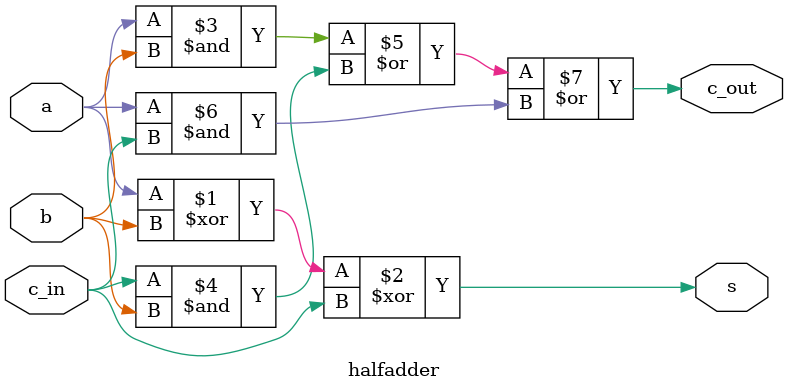
<source format=v>
module halfadder(a,b,c_in, s, c_out);

input a, b, c_in;
output s, c_out;

assign s = a ^ b ^ c_in;
assign c_out = (a&b) | (c_in&b) | (a&c_in);

endmodule
</source>
